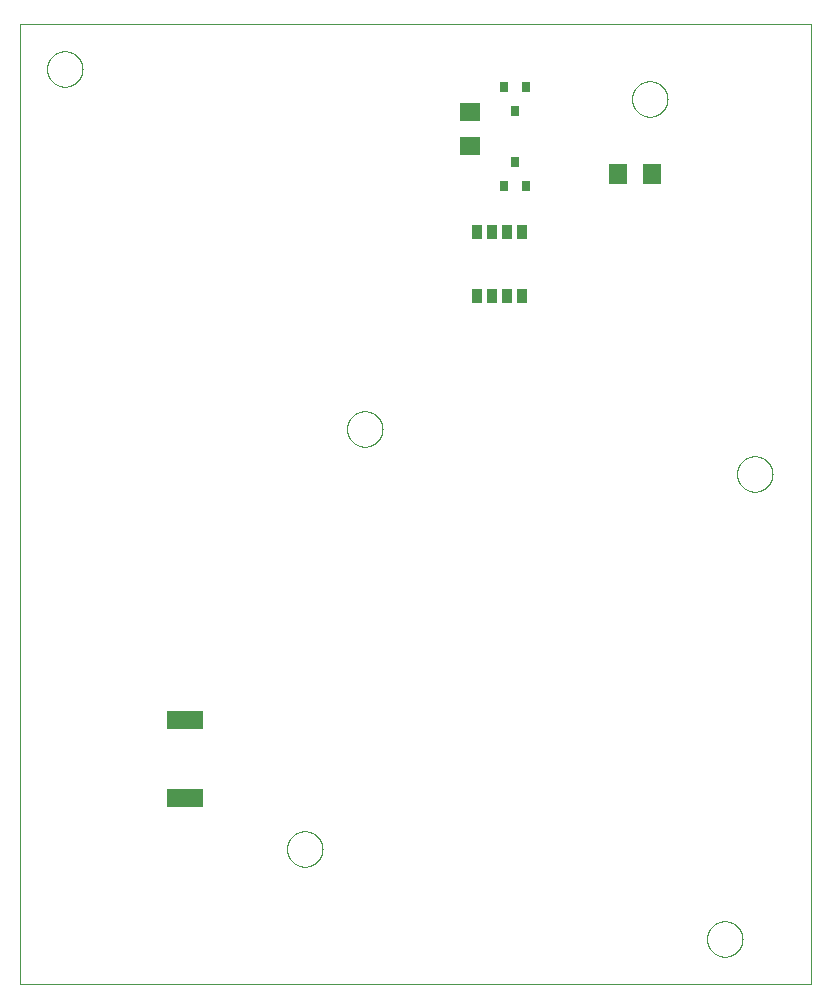
<source format=gtp>
G75*
%MOIN*%
%OFA0B0*%
%FSLAX25Y25*%
%IPPOS*%
%LPD*%
%AMOC8*
5,1,8,0,0,1.08239X$1,22.5*
%
%ADD10C,0.00000*%
%ADD11R,0.07098X0.06299*%
%ADD12R,0.06299X0.07098*%
%ADD13R,0.03600X0.04500*%
%ADD14R,0.03150X0.03543*%
%ADD15R,0.12400X0.06100*%
D10*
X0073539Y0010833D02*
X0073539Y0330833D01*
X0337240Y0330833D01*
X0337240Y0010833D01*
X0073539Y0010833D01*
X0162633Y0055833D02*
X0162635Y0055986D01*
X0162641Y0056140D01*
X0162651Y0056293D01*
X0162665Y0056445D01*
X0162683Y0056598D01*
X0162705Y0056749D01*
X0162730Y0056900D01*
X0162760Y0057051D01*
X0162794Y0057201D01*
X0162831Y0057349D01*
X0162872Y0057497D01*
X0162917Y0057643D01*
X0162966Y0057789D01*
X0163019Y0057933D01*
X0163075Y0058075D01*
X0163135Y0058216D01*
X0163199Y0058356D01*
X0163266Y0058494D01*
X0163337Y0058630D01*
X0163412Y0058764D01*
X0163489Y0058896D01*
X0163571Y0059026D01*
X0163655Y0059154D01*
X0163743Y0059280D01*
X0163834Y0059403D01*
X0163928Y0059524D01*
X0164026Y0059642D01*
X0164126Y0059758D01*
X0164230Y0059871D01*
X0164336Y0059982D01*
X0164445Y0060090D01*
X0164557Y0060195D01*
X0164671Y0060296D01*
X0164789Y0060395D01*
X0164908Y0060491D01*
X0165030Y0060584D01*
X0165155Y0060673D01*
X0165282Y0060760D01*
X0165411Y0060842D01*
X0165542Y0060922D01*
X0165675Y0060998D01*
X0165810Y0061071D01*
X0165947Y0061140D01*
X0166086Y0061205D01*
X0166226Y0061267D01*
X0166368Y0061325D01*
X0166511Y0061380D01*
X0166656Y0061431D01*
X0166802Y0061478D01*
X0166949Y0061521D01*
X0167097Y0061560D01*
X0167246Y0061596D01*
X0167396Y0061627D01*
X0167547Y0061655D01*
X0167698Y0061679D01*
X0167851Y0061699D01*
X0168003Y0061715D01*
X0168156Y0061727D01*
X0168309Y0061735D01*
X0168462Y0061739D01*
X0168616Y0061739D01*
X0168769Y0061735D01*
X0168922Y0061727D01*
X0169075Y0061715D01*
X0169227Y0061699D01*
X0169380Y0061679D01*
X0169531Y0061655D01*
X0169682Y0061627D01*
X0169832Y0061596D01*
X0169981Y0061560D01*
X0170129Y0061521D01*
X0170276Y0061478D01*
X0170422Y0061431D01*
X0170567Y0061380D01*
X0170710Y0061325D01*
X0170852Y0061267D01*
X0170992Y0061205D01*
X0171131Y0061140D01*
X0171268Y0061071D01*
X0171403Y0060998D01*
X0171536Y0060922D01*
X0171667Y0060842D01*
X0171796Y0060760D01*
X0171923Y0060673D01*
X0172048Y0060584D01*
X0172170Y0060491D01*
X0172289Y0060395D01*
X0172407Y0060296D01*
X0172521Y0060195D01*
X0172633Y0060090D01*
X0172742Y0059982D01*
X0172848Y0059871D01*
X0172952Y0059758D01*
X0173052Y0059642D01*
X0173150Y0059524D01*
X0173244Y0059403D01*
X0173335Y0059280D01*
X0173423Y0059154D01*
X0173507Y0059026D01*
X0173589Y0058896D01*
X0173666Y0058764D01*
X0173741Y0058630D01*
X0173812Y0058494D01*
X0173879Y0058356D01*
X0173943Y0058216D01*
X0174003Y0058075D01*
X0174059Y0057933D01*
X0174112Y0057789D01*
X0174161Y0057643D01*
X0174206Y0057497D01*
X0174247Y0057349D01*
X0174284Y0057201D01*
X0174318Y0057051D01*
X0174348Y0056900D01*
X0174373Y0056749D01*
X0174395Y0056598D01*
X0174413Y0056445D01*
X0174427Y0056293D01*
X0174437Y0056140D01*
X0174443Y0055986D01*
X0174445Y0055833D01*
X0174443Y0055680D01*
X0174437Y0055526D01*
X0174427Y0055373D01*
X0174413Y0055221D01*
X0174395Y0055068D01*
X0174373Y0054917D01*
X0174348Y0054766D01*
X0174318Y0054615D01*
X0174284Y0054465D01*
X0174247Y0054317D01*
X0174206Y0054169D01*
X0174161Y0054023D01*
X0174112Y0053877D01*
X0174059Y0053733D01*
X0174003Y0053591D01*
X0173943Y0053450D01*
X0173879Y0053310D01*
X0173812Y0053172D01*
X0173741Y0053036D01*
X0173666Y0052902D01*
X0173589Y0052770D01*
X0173507Y0052640D01*
X0173423Y0052512D01*
X0173335Y0052386D01*
X0173244Y0052263D01*
X0173150Y0052142D01*
X0173052Y0052024D01*
X0172952Y0051908D01*
X0172848Y0051795D01*
X0172742Y0051684D01*
X0172633Y0051576D01*
X0172521Y0051471D01*
X0172407Y0051370D01*
X0172289Y0051271D01*
X0172170Y0051175D01*
X0172048Y0051082D01*
X0171923Y0050993D01*
X0171796Y0050906D01*
X0171667Y0050824D01*
X0171536Y0050744D01*
X0171403Y0050668D01*
X0171268Y0050595D01*
X0171131Y0050526D01*
X0170992Y0050461D01*
X0170852Y0050399D01*
X0170710Y0050341D01*
X0170567Y0050286D01*
X0170422Y0050235D01*
X0170276Y0050188D01*
X0170129Y0050145D01*
X0169981Y0050106D01*
X0169832Y0050070D01*
X0169682Y0050039D01*
X0169531Y0050011D01*
X0169380Y0049987D01*
X0169227Y0049967D01*
X0169075Y0049951D01*
X0168922Y0049939D01*
X0168769Y0049931D01*
X0168616Y0049927D01*
X0168462Y0049927D01*
X0168309Y0049931D01*
X0168156Y0049939D01*
X0168003Y0049951D01*
X0167851Y0049967D01*
X0167698Y0049987D01*
X0167547Y0050011D01*
X0167396Y0050039D01*
X0167246Y0050070D01*
X0167097Y0050106D01*
X0166949Y0050145D01*
X0166802Y0050188D01*
X0166656Y0050235D01*
X0166511Y0050286D01*
X0166368Y0050341D01*
X0166226Y0050399D01*
X0166086Y0050461D01*
X0165947Y0050526D01*
X0165810Y0050595D01*
X0165675Y0050668D01*
X0165542Y0050744D01*
X0165411Y0050824D01*
X0165282Y0050906D01*
X0165155Y0050993D01*
X0165030Y0051082D01*
X0164908Y0051175D01*
X0164789Y0051271D01*
X0164671Y0051370D01*
X0164557Y0051471D01*
X0164445Y0051576D01*
X0164336Y0051684D01*
X0164230Y0051795D01*
X0164126Y0051908D01*
X0164026Y0052024D01*
X0163928Y0052142D01*
X0163834Y0052263D01*
X0163743Y0052386D01*
X0163655Y0052512D01*
X0163571Y0052640D01*
X0163489Y0052770D01*
X0163412Y0052902D01*
X0163337Y0053036D01*
X0163266Y0053172D01*
X0163199Y0053310D01*
X0163135Y0053450D01*
X0163075Y0053591D01*
X0163019Y0053733D01*
X0162966Y0053877D01*
X0162917Y0054023D01*
X0162872Y0054169D01*
X0162831Y0054317D01*
X0162794Y0054465D01*
X0162760Y0054615D01*
X0162730Y0054766D01*
X0162705Y0054917D01*
X0162683Y0055068D01*
X0162665Y0055221D01*
X0162651Y0055373D01*
X0162641Y0055526D01*
X0162635Y0055680D01*
X0162633Y0055833D01*
X0182633Y0195833D02*
X0182635Y0195986D01*
X0182641Y0196140D01*
X0182651Y0196293D01*
X0182665Y0196445D01*
X0182683Y0196598D01*
X0182705Y0196749D01*
X0182730Y0196900D01*
X0182760Y0197051D01*
X0182794Y0197201D01*
X0182831Y0197349D01*
X0182872Y0197497D01*
X0182917Y0197643D01*
X0182966Y0197789D01*
X0183019Y0197933D01*
X0183075Y0198075D01*
X0183135Y0198216D01*
X0183199Y0198356D01*
X0183266Y0198494D01*
X0183337Y0198630D01*
X0183412Y0198764D01*
X0183489Y0198896D01*
X0183571Y0199026D01*
X0183655Y0199154D01*
X0183743Y0199280D01*
X0183834Y0199403D01*
X0183928Y0199524D01*
X0184026Y0199642D01*
X0184126Y0199758D01*
X0184230Y0199871D01*
X0184336Y0199982D01*
X0184445Y0200090D01*
X0184557Y0200195D01*
X0184671Y0200296D01*
X0184789Y0200395D01*
X0184908Y0200491D01*
X0185030Y0200584D01*
X0185155Y0200673D01*
X0185282Y0200760D01*
X0185411Y0200842D01*
X0185542Y0200922D01*
X0185675Y0200998D01*
X0185810Y0201071D01*
X0185947Y0201140D01*
X0186086Y0201205D01*
X0186226Y0201267D01*
X0186368Y0201325D01*
X0186511Y0201380D01*
X0186656Y0201431D01*
X0186802Y0201478D01*
X0186949Y0201521D01*
X0187097Y0201560D01*
X0187246Y0201596D01*
X0187396Y0201627D01*
X0187547Y0201655D01*
X0187698Y0201679D01*
X0187851Y0201699D01*
X0188003Y0201715D01*
X0188156Y0201727D01*
X0188309Y0201735D01*
X0188462Y0201739D01*
X0188616Y0201739D01*
X0188769Y0201735D01*
X0188922Y0201727D01*
X0189075Y0201715D01*
X0189227Y0201699D01*
X0189380Y0201679D01*
X0189531Y0201655D01*
X0189682Y0201627D01*
X0189832Y0201596D01*
X0189981Y0201560D01*
X0190129Y0201521D01*
X0190276Y0201478D01*
X0190422Y0201431D01*
X0190567Y0201380D01*
X0190710Y0201325D01*
X0190852Y0201267D01*
X0190992Y0201205D01*
X0191131Y0201140D01*
X0191268Y0201071D01*
X0191403Y0200998D01*
X0191536Y0200922D01*
X0191667Y0200842D01*
X0191796Y0200760D01*
X0191923Y0200673D01*
X0192048Y0200584D01*
X0192170Y0200491D01*
X0192289Y0200395D01*
X0192407Y0200296D01*
X0192521Y0200195D01*
X0192633Y0200090D01*
X0192742Y0199982D01*
X0192848Y0199871D01*
X0192952Y0199758D01*
X0193052Y0199642D01*
X0193150Y0199524D01*
X0193244Y0199403D01*
X0193335Y0199280D01*
X0193423Y0199154D01*
X0193507Y0199026D01*
X0193589Y0198896D01*
X0193666Y0198764D01*
X0193741Y0198630D01*
X0193812Y0198494D01*
X0193879Y0198356D01*
X0193943Y0198216D01*
X0194003Y0198075D01*
X0194059Y0197933D01*
X0194112Y0197789D01*
X0194161Y0197643D01*
X0194206Y0197497D01*
X0194247Y0197349D01*
X0194284Y0197201D01*
X0194318Y0197051D01*
X0194348Y0196900D01*
X0194373Y0196749D01*
X0194395Y0196598D01*
X0194413Y0196445D01*
X0194427Y0196293D01*
X0194437Y0196140D01*
X0194443Y0195986D01*
X0194445Y0195833D01*
X0194443Y0195680D01*
X0194437Y0195526D01*
X0194427Y0195373D01*
X0194413Y0195221D01*
X0194395Y0195068D01*
X0194373Y0194917D01*
X0194348Y0194766D01*
X0194318Y0194615D01*
X0194284Y0194465D01*
X0194247Y0194317D01*
X0194206Y0194169D01*
X0194161Y0194023D01*
X0194112Y0193877D01*
X0194059Y0193733D01*
X0194003Y0193591D01*
X0193943Y0193450D01*
X0193879Y0193310D01*
X0193812Y0193172D01*
X0193741Y0193036D01*
X0193666Y0192902D01*
X0193589Y0192770D01*
X0193507Y0192640D01*
X0193423Y0192512D01*
X0193335Y0192386D01*
X0193244Y0192263D01*
X0193150Y0192142D01*
X0193052Y0192024D01*
X0192952Y0191908D01*
X0192848Y0191795D01*
X0192742Y0191684D01*
X0192633Y0191576D01*
X0192521Y0191471D01*
X0192407Y0191370D01*
X0192289Y0191271D01*
X0192170Y0191175D01*
X0192048Y0191082D01*
X0191923Y0190993D01*
X0191796Y0190906D01*
X0191667Y0190824D01*
X0191536Y0190744D01*
X0191403Y0190668D01*
X0191268Y0190595D01*
X0191131Y0190526D01*
X0190992Y0190461D01*
X0190852Y0190399D01*
X0190710Y0190341D01*
X0190567Y0190286D01*
X0190422Y0190235D01*
X0190276Y0190188D01*
X0190129Y0190145D01*
X0189981Y0190106D01*
X0189832Y0190070D01*
X0189682Y0190039D01*
X0189531Y0190011D01*
X0189380Y0189987D01*
X0189227Y0189967D01*
X0189075Y0189951D01*
X0188922Y0189939D01*
X0188769Y0189931D01*
X0188616Y0189927D01*
X0188462Y0189927D01*
X0188309Y0189931D01*
X0188156Y0189939D01*
X0188003Y0189951D01*
X0187851Y0189967D01*
X0187698Y0189987D01*
X0187547Y0190011D01*
X0187396Y0190039D01*
X0187246Y0190070D01*
X0187097Y0190106D01*
X0186949Y0190145D01*
X0186802Y0190188D01*
X0186656Y0190235D01*
X0186511Y0190286D01*
X0186368Y0190341D01*
X0186226Y0190399D01*
X0186086Y0190461D01*
X0185947Y0190526D01*
X0185810Y0190595D01*
X0185675Y0190668D01*
X0185542Y0190744D01*
X0185411Y0190824D01*
X0185282Y0190906D01*
X0185155Y0190993D01*
X0185030Y0191082D01*
X0184908Y0191175D01*
X0184789Y0191271D01*
X0184671Y0191370D01*
X0184557Y0191471D01*
X0184445Y0191576D01*
X0184336Y0191684D01*
X0184230Y0191795D01*
X0184126Y0191908D01*
X0184026Y0192024D01*
X0183928Y0192142D01*
X0183834Y0192263D01*
X0183743Y0192386D01*
X0183655Y0192512D01*
X0183571Y0192640D01*
X0183489Y0192770D01*
X0183412Y0192902D01*
X0183337Y0193036D01*
X0183266Y0193172D01*
X0183199Y0193310D01*
X0183135Y0193450D01*
X0183075Y0193591D01*
X0183019Y0193733D01*
X0182966Y0193877D01*
X0182917Y0194023D01*
X0182872Y0194169D01*
X0182831Y0194317D01*
X0182794Y0194465D01*
X0182760Y0194615D01*
X0182730Y0194766D01*
X0182705Y0194917D01*
X0182683Y0195068D01*
X0182665Y0195221D01*
X0182651Y0195373D01*
X0182641Y0195526D01*
X0182635Y0195680D01*
X0182633Y0195833D01*
X0277633Y0305833D02*
X0277635Y0305986D01*
X0277641Y0306140D01*
X0277651Y0306293D01*
X0277665Y0306445D01*
X0277683Y0306598D01*
X0277705Y0306749D01*
X0277730Y0306900D01*
X0277760Y0307051D01*
X0277794Y0307201D01*
X0277831Y0307349D01*
X0277872Y0307497D01*
X0277917Y0307643D01*
X0277966Y0307789D01*
X0278019Y0307933D01*
X0278075Y0308075D01*
X0278135Y0308216D01*
X0278199Y0308356D01*
X0278266Y0308494D01*
X0278337Y0308630D01*
X0278412Y0308764D01*
X0278489Y0308896D01*
X0278571Y0309026D01*
X0278655Y0309154D01*
X0278743Y0309280D01*
X0278834Y0309403D01*
X0278928Y0309524D01*
X0279026Y0309642D01*
X0279126Y0309758D01*
X0279230Y0309871D01*
X0279336Y0309982D01*
X0279445Y0310090D01*
X0279557Y0310195D01*
X0279671Y0310296D01*
X0279789Y0310395D01*
X0279908Y0310491D01*
X0280030Y0310584D01*
X0280155Y0310673D01*
X0280282Y0310760D01*
X0280411Y0310842D01*
X0280542Y0310922D01*
X0280675Y0310998D01*
X0280810Y0311071D01*
X0280947Y0311140D01*
X0281086Y0311205D01*
X0281226Y0311267D01*
X0281368Y0311325D01*
X0281511Y0311380D01*
X0281656Y0311431D01*
X0281802Y0311478D01*
X0281949Y0311521D01*
X0282097Y0311560D01*
X0282246Y0311596D01*
X0282396Y0311627D01*
X0282547Y0311655D01*
X0282698Y0311679D01*
X0282851Y0311699D01*
X0283003Y0311715D01*
X0283156Y0311727D01*
X0283309Y0311735D01*
X0283462Y0311739D01*
X0283616Y0311739D01*
X0283769Y0311735D01*
X0283922Y0311727D01*
X0284075Y0311715D01*
X0284227Y0311699D01*
X0284380Y0311679D01*
X0284531Y0311655D01*
X0284682Y0311627D01*
X0284832Y0311596D01*
X0284981Y0311560D01*
X0285129Y0311521D01*
X0285276Y0311478D01*
X0285422Y0311431D01*
X0285567Y0311380D01*
X0285710Y0311325D01*
X0285852Y0311267D01*
X0285992Y0311205D01*
X0286131Y0311140D01*
X0286268Y0311071D01*
X0286403Y0310998D01*
X0286536Y0310922D01*
X0286667Y0310842D01*
X0286796Y0310760D01*
X0286923Y0310673D01*
X0287048Y0310584D01*
X0287170Y0310491D01*
X0287289Y0310395D01*
X0287407Y0310296D01*
X0287521Y0310195D01*
X0287633Y0310090D01*
X0287742Y0309982D01*
X0287848Y0309871D01*
X0287952Y0309758D01*
X0288052Y0309642D01*
X0288150Y0309524D01*
X0288244Y0309403D01*
X0288335Y0309280D01*
X0288423Y0309154D01*
X0288507Y0309026D01*
X0288589Y0308896D01*
X0288666Y0308764D01*
X0288741Y0308630D01*
X0288812Y0308494D01*
X0288879Y0308356D01*
X0288943Y0308216D01*
X0289003Y0308075D01*
X0289059Y0307933D01*
X0289112Y0307789D01*
X0289161Y0307643D01*
X0289206Y0307497D01*
X0289247Y0307349D01*
X0289284Y0307201D01*
X0289318Y0307051D01*
X0289348Y0306900D01*
X0289373Y0306749D01*
X0289395Y0306598D01*
X0289413Y0306445D01*
X0289427Y0306293D01*
X0289437Y0306140D01*
X0289443Y0305986D01*
X0289445Y0305833D01*
X0289443Y0305680D01*
X0289437Y0305526D01*
X0289427Y0305373D01*
X0289413Y0305221D01*
X0289395Y0305068D01*
X0289373Y0304917D01*
X0289348Y0304766D01*
X0289318Y0304615D01*
X0289284Y0304465D01*
X0289247Y0304317D01*
X0289206Y0304169D01*
X0289161Y0304023D01*
X0289112Y0303877D01*
X0289059Y0303733D01*
X0289003Y0303591D01*
X0288943Y0303450D01*
X0288879Y0303310D01*
X0288812Y0303172D01*
X0288741Y0303036D01*
X0288666Y0302902D01*
X0288589Y0302770D01*
X0288507Y0302640D01*
X0288423Y0302512D01*
X0288335Y0302386D01*
X0288244Y0302263D01*
X0288150Y0302142D01*
X0288052Y0302024D01*
X0287952Y0301908D01*
X0287848Y0301795D01*
X0287742Y0301684D01*
X0287633Y0301576D01*
X0287521Y0301471D01*
X0287407Y0301370D01*
X0287289Y0301271D01*
X0287170Y0301175D01*
X0287048Y0301082D01*
X0286923Y0300993D01*
X0286796Y0300906D01*
X0286667Y0300824D01*
X0286536Y0300744D01*
X0286403Y0300668D01*
X0286268Y0300595D01*
X0286131Y0300526D01*
X0285992Y0300461D01*
X0285852Y0300399D01*
X0285710Y0300341D01*
X0285567Y0300286D01*
X0285422Y0300235D01*
X0285276Y0300188D01*
X0285129Y0300145D01*
X0284981Y0300106D01*
X0284832Y0300070D01*
X0284682Y0300039D01*
X0284531Y0300011D01*
X0284380Y0299987D01*
X0284227Y0299967D01*
X0284075Y0299951D01*
X0283922Y0299939D01*
X0283769Y0299931D01*
X0283616Y0299927D01*
X0283462Y0299927D01*
X0283309Y0299931D01*
X0283156Y0299939D01*
X0283003Y0299951D01*
X0282851Y0299967D01*
X0282698Y0299987D01*
X0282547Y0300011D01*
X0282396Y0300039D01*
X0282246Y0300070D01*
X0282097Y0300106D01*
X0281949Y0300145D01*
X0281802Y0300188D01*
X0281656Y0300235D01*
X0281511Y0300286D01*
X0281368Y0300341D01*
X0281226Y0300399D01*
X0281086Y0300461D01*
X0280947Y0300526D01*
X0280810Y0300595D01*
X0280675Y0300668D01*
X0280542Y0300744D01*
X0280411Y0300824D01*
X0280282Y0300906D01*
X0280155Y0300993D01*
X0280030Y0301082D01*
X0279908Y0301175D01*
X0279789Y0301271D01*
X0279671Y0301370D01*
X0279557Y0301471D01*
X0279445Y0301576D01*
X0279336Y0301684D01*
X0279230Y0301795D01*
X0279126Y0301908D01*
X0279026Y0302024D01*
X0278928Y0302142D01*
X0278834Y0302263D01*
X0278743Y0302386D01*
X0278655Y0302512D01*
X0278571Y0302640D01*
X0278489Y0302770D01*
X0278412Y0302902D01*
X0278337Y0303036D01*
X0278266Y0303172D01*
X0278199Y0303310D01*
X0278135Y0303450D01*
X0278075Y0303591D01*
X0278019Y0303733D01*
X0277966Y0303877D01*
X0277917Y0304023D01*
X0277872Y0304169D01*
X0277831Y0304317D01*
X0277794Y0304465D01*
X0277760Y0304615D01*
X0277730Y0304766D01*
X0277705Y0304917D01*
X0277683Y0305068D01*
X0277665Y0305221D01*
X0277651Y0305373D01*
X0277641Y0305526D01*
X0277635Y0305680D01*
X0277633Y0305833D01*
X0312633Y0180833D02*
X0312635Y0180986D01*
X0312641Y0181140D01*
X0312651Y0181293D01*
X0312665Y0181445D01*
X0312683Y0181598D01*
X0312705Y0181749D01*
X0312730Y0181900D01*
X0312760Y0182051D01*
X0312794Y0182201D01*
X0312831Y0182349D01*
X0312872Y0182497D01*
X0312917Y0182643D01*
X0312966Y0182789D01*
X0313019Y0182933D01*
X0313075Y0183075D01*
X0313135Y0183216D01*
X0313199Y0183356D01*
X0313266Y0183494D01*
X0313337Y0183630D01*
X0313412Y0183764D01*
X0313489Y0183896D01*
X0313571Y0184026D01*
X0313655Y0184154D01*
X0313743Y0184280D01*
X0313834Y0184403D01*
X0313928Y0184524D01*
X0314026Y0184642D01*
X0314126Y0184758D01*
X0314230Y0184871D01*
X0314336Y0184982D01*
X0314445Y0185090D01*
X0314557Y0185195D01*
X0314671Y0185296D01*
X0314789Y0185395D01*
X0314908Y0185491D01*
X0315030Y0185584D01*
X0315155Y0185673D01*
X0315282Y0185760D01*
X0315411Y0185842D01*
X0315542Y0185922D01*
X0315675Y0185998D01*
X0315810Y0186071D01*
X0315947Y0186140D01*
X0316086Y0186205D01*
X0316226Y0186267D01*
X0316368Y0186325D01*
X0316511Y0186380D01*
X0316656Y0186431D01*
X0316802Y0186478D01*
X0316949Y0186521D01*
X0317097Y0186560D01*
X0317246Y0186596D01*
X0317396Y0186627D01*
X0317547Y0186655D01*
X0317698Y0186679D01*
X0317851Y0186699D01*
X0318003Y0186715D01*
X0318156Y0186727D01*
X0318309Y0186735D01*
X0318462Y0186739D01*
X0318616Y0186739D01*
X0318769Y0186735D01*
X0318922Y0186727D01*
X0319075Y0186715D01*
X0319227Y0186699D01*
X0319380Y0186679D01*
X0319531Y0186655D01*
X0319682Y0186627D01*
X0319832Y0186596D01*
X0319981Y0186560D01*
X0320129Y0186521D01*
X0320276Y0186478D01*
X0320422Y0186431D01*
X0320567Y0186380D01*
X0320710Y0186325D01*
X0320852Y0186267D01*
X0320992Y0186205D01*
X0321131Y0186140D01*
X0321268Y0186071D01*
X0321403Y0185998D01*
X0321536Y0185922D01*
X0321667Y0185842D01*
X0321796Y0185760D01*
X0321923Y0185673D01*
X0322048Y0185584D01*
X0322170Y0185491D01*
X0322289Y0185395D01*
X0322407Y0185296D01*
X0322521Y0185195D01*
X0322633Y0185090D01*
X0322742Y0184982D01*
X0322848Y0184871D01*
X0322952Y0184758D01*
X0323052Y0184642D01*
X0323150Y0184524D01*
X0323244Y0184403D01*
X0323335Y0184280D01*
X0323423Y0184154D01*
X0323507Y0184026D01*
X0323589Y0183896D01*
X0323666Y0183764D01*
X0323741Y0183630D01*
X0323812Y0183494D01*
X0323879Y0183356D01*
X0323943Y0183216D01*
X0324003Y0183075D01*
X0324059Y0182933D01*
X0324112Y0182789D01*
X0324161Y0182643D01*
X0324206Y0182497D01*
X0324247Y0182349D01*
X0324284Y0182201D01*
X0324318Y0182051D01*
X0324348Y0181900D01*
X0324373Y0181749D01*
X0324395Y0181598D01*
X0324413Y0181445D01*
X0324427Y0181293D01*
X0324437Y0181140D01*
X0324443Y0180986D01*
X0324445Y0180833D01*
X0324443Y0180680D01*
X0324437Y0180526D01*
X0324427Y0180373D01*
X0324413Y0180221D01*
X0324395Y0180068D01*
X0324373Y0179917D01*
X0324348Y0179766D01*
X0324318Y0179615D01*
X0324284Y0179465D01*
X0324247Y0179317D01*
X0324206Y0179169D01*
X0324161Y0179023D01*
X0324112Y0178877D01*
X0324059Y0178733D01*
X0324003Y0178591D01*
X0323943Y0178450D01*
X0323879Y0178310D01*
X0323812Y0178172D01*
X0323741Y0178036D01*
X0323666Y0177902D01*
X0323589Y0177770D01*
X0323507Y0177640D01*
X0323423Y0177512D01*
X0323335Y0177386D01*
X0323244Y0177263D01*
X0323150Y0177142D01*
X0323052Y0177024D01*
X0322952Y0176908D01*
X0322848Y0176795D01*
X0322742Y0176684D01*
X0322633Y0176576D01*
X0322521Y0176471D01*
X0322407Y0176370D01*
X0322289Y0176271D01*
X0322170Y0176175D01*
X0322048Y0176082D01*
X0321923Y0175993D01*
X0321796Y0175906D01*
X0321667Y0175824D01*
X0321536Y0175744D01*
X0321403Y0175668D01*
X0321268Y0175595D01*
X0321131Y0175526D01*
X0320992Y0175461D01*
X0320852Y0175399D01*
X0320710Y0175341D01*
X0320567Y0175286D01*
X0320422Y0175235D01*
X0320276Y0175188D01*
X0320129Y0175145D01*
X0319981Y0175106D01*
X0319832Y0175070D01*
X0319682Y0175039D01*
X0319531Y0175011D01*
X0319380Y0174987D01*
X0319227Y0174967D01*
X0319075Y0174951D01*
X0318922Y0174939D01*
X0318769Y0174931D01*
X0318616Y0174927D01*
X0318462Y0174927D01*
X0318309Y0174931D01*
X0318156Y0174939D01*
X0318003Y0174951D01*
X0317851Y0174967D01*
X0317698Y0174987D01*
X0317547Y0175011D01*
X0317396Y0175039D01*
X0317246Y0175070D01*
X0317097Y0175106D01*
X0316949Y0175145D01*
X0316802Y0175188D01*
X0316656Y0175235D01*
X0316511Y0175286D01*
X0316368Y0175341D01*
X0316226Y0175399D01*
X0316086Y0175461D01*
X0315947Y0175526D01*
X0315810Y0175595D01*
X0315675Y0175668D01*
X0315542Y0175744D01*
X0315411Y0175824D01*
X0315282Y0175906D01*
X0315155Y0175993D01*
X0315030Y0176082D01*
X0314908Y0176175D01*
X0314789Y0176271D01*
X0314671Y0176370D01*
X0314557Y0176471D01*
X0314445Y0176576D01*
X0314336Y0176684D01*
X0314230Y0176795D01*
X0314126Y0176908D01*
X0314026Y0177024D01*
X0313928Y0177142D01*
X0313834Y0177263D01*
X0313743Y0177386D01*
X0313655Y0177512D01*
X0313571Y0177640D01*
X0313489Y0177770D01*
X0313412Y0177902D01*
X0313337Y0178036D01*
X0313266Y0178172D01*
X0313199Y0178310D01*
X0313135Y0178450D01*
X0313075Y0178591D01*
X0313019Y0178733D01*
X0312966Y0178877D01*
X0312917Y0179023D01*
X0312872Y0179169D01*
X0312831Y0179317D01*
X0312794Y0179465D01*
X0312760Y0179615D01*
X0312730Y0179766D01*
X0312705Y0179917D01*
X0312683Y0180068D01*
X0312665Y0180221D01*
X0312651Y0180373D01*
X0312641Y0180526D01*
X0312635Y0180680D01*
X0312633Y0180833D01*
X0302633Y0025833D02*
X0302635Y0025986D01*
X0302641Y0026140D01*
X0302651Y0026293D01*
X0302665Y0026445D01*
X0302683Y0026598D01*
X0302705Y0026749D01*
X0302730Y0026900D01*
X0302760Y0027051D01*
X0302794Y0027201D01*
X0302831Y0027349D01*
X0302872Y0027497D01*
X0302917Y0027643D01*
X0302966Y0027789D01*
X0303019Y0027933D01*
X0303075Y0028075D01*
X0303135Y0028216D01*
X0303199Y0028356D01*
X0303266Y0028494D01*
X0303337Y0028630D01*
X0303412Y0028764D01*
X0303489Y0028896D01*
X0303571Y0029026D01*
X0303655Y0029154D01*
X0303743Y0029280D01*
X0303834Y0029403D01*
X0303928Y0029524D01*
X0304026Y0029642D01*
X0304126Y0029758D01*
X0304230Y0029871D01*
X0304336Y0029982D01*
X0304445Y0030090D01*
X0304557Y0030195D01*
X0304671Y0030296D01*
X0304789Y0030395D01*
X0304908Y0030491D01*
X0305030Y0030584D01*
X0305155Y0030673D01*
X0305282Y0030760D01*
X0305411Y0030842D01*
X0305542Y0030922D01*
X0305675Y0030998D01*
X0305810Y0031071D01*
X0305947Y0031140D01*
X0306086Y0031205D01*
X0306226Y0031267D01*
X0306368Y0031325D01*
X0306511Y0031380D01*
X0306656Y0031431D01*
X0306802Y0031478D01*
X0306949Y0031521D01*
X0307097Y0031560D01*
X0307246Y0031596D01*
X0307396Y0031627D01*
X0307547Y0031655D01*
X0307698Y0031679D01*
X0307851Y0031699D01*
X0308003Y0031715D01*
X0308156Y0031727D01*
X0308309Y0031735D01*
X0308462Y0031739D01*
X0308616Y0031739D01*
X0308769Y0031735D01*
X0308922Y0031727D01*
X0309075Y0031715D01*
X0309227Y0031699D01*
X0309380Y0031679D01*
X0309531Y0031655D01*
X0309682Y0031627D01*
X0309832Y0031596D01*
X0309981Y0031560D01*
X0310129Y0031521D01*
X0310276Y0031478D01*
X0310422Y0031431D01*
X0310567Y0031380D01*
X0310710Y0031325D01*
X0310852Y0031267D01*
X0310992Y0031205D01*
X0311131Y0031140D01*
X0311268Y0031071D01*
X0311403Y0030998D01*
X0311536Y0030922D01*
X0311667Y0030842D01*
X0311796Y0030760D01*
X0311923Y0030673D01*
X0312048Y0030584D01*
X0312170Y0030491D01*
X0312289Y0030395D01*
X0312407Y0030296D01*
X0312521Y0030195D01*
X0312633Y0030090D01*
X0312742Y0029982D01*
X0312848Y0029871D01*
X0312952Y0029758D01*
X0313052Y0029642D01*
X0313150Y0029524D01*
X0313244Y0029403D01*
X0313335Y0029280D01*
X0313423Y0029154D01*
X0313507Y0029026D01*
X0313589Y0028896D01*
X0313666Y0028764D01*
X0313741Y0028630D01*
X0313812Y0028494D01*
X0313879Y0028356D01*
X0313943Y0028216D01*
X0314003Y0028075D01*
X0314059Y0027933D01*
X0314112Y0027789D01*
X0314161Y0027643D01*
X0314206Y0027497D01*
X0314247Y0027349D01*
X0314284Y0027201D01*
X0314318Y0027051D01*
X0314348Y0026900D01*
X0314373Y0026749D01*
X0314395Y0026598D01*
X0314413Y0026445D01*
X0314427Y0026293D01*
X0314437Y0026140D01*
X0314443Y0025986D01*
X0314445Y0025833D01*
X0314443Y0025680D01*
X0314437Y0025526D01*
X0314427Y0025373D01*
X0314413Y0025221D01*
X0314395Y0025068D01*
X0314373Y0024917D01*
X0314348Y0024766D01*
X0314318Y0024615D01*
X0314284Y0024465D01*
X0314247Y0024317D01*
X0314206Y0024169D01*
X0314161Y0024023D01*
X0314112Y0023877D01*
X0314059Y0023733D01*
X0314003Y0023591D01*
X0313943Y0023450D01*
X0313879Y0023310D01*
X0313812Y0023172D01*
X0313741Y0023036D01*
X0313666Y0022902D01*
X0313589Y0022770D01*
X0313507Y0022640D01*
X0313423Y0022512D01*
X0313335Y0022386D01*
X0313244Y0022263D01*
X0313150Y0022142D01*
X0313052Y0022024D01*
X0312952Y0021908D01*
X0312848Y0021795D01*
X0312742Y0021684D01*
X0312633Y0021576D01*
X0312521Y0021471D01*
X0312407Y0021370D01*
X0312289Y0021271D01*
X0312170Y0021175D01*
X0312048Y0021082D01*
X0311923Y0020993D01*
X0311796Y0020906D01*
X0311667Y0020824D01*
X0311536Y0020744D01*
X0311403Y0020668D01*
X0311268Y0020595D01*
X0311131Y0020526D01*
X0310992Y0020461D01*
X0310852Y0020399D01*
X0310710Y0020341D01*
X0310567Y0020286D01*
X0310422Y0020235D01*
X0310276Y0020188D01*
X0310129Y0020145D01*
X0309981Y0020106D01*
X0309832Y0020070D01*
X0309682Y0020039D01*
X0309531Y0020011D01*
X0309380Y0019987D01*
X0309227Y0019967D01*
X0309075Y0019951D01*
X0308922Y0019939D01*
X0308769Y0019931D01*
X0308616Y0019927D01*
X0308462Y0019927D01*
X0308309Y0019931D01*
X0308156Y0019939D01*
X0308003Y0019951D01*
X0307851Y0019967D01*
X0307698Y0019987D01*
X0307547Y0020011D01*
X0307396Y0020039D01*
X0307246Y0020070D01*
X0307097Y0020106D01*
X0306949Y0020145D01*
X0306802Y0020188D01*
X0306656Y0020235D01*
X0306511Y0020286D01*
X0306368Y0020341D01*
X0306226Y0020399D01*
X0306086Y0020461D01*
X0305947Y0020526D01*
X0305810Y0020595D01*
X0305675Y0020668D01*
X0305542Y0020744D01*
X0305411Y0020824D01*
X0305282Y0020906D01*
X0305155Y0020993D01*
X0305030Y0021082D01*
X0304908Y0021175D01*
X0304789Y0021271D01*
X0304671Y0021370D01*
X0304557Y0021471D01*
X0304445Y0021576D01*
X0304336Y0021684D01*
X0304230Y0021795D01*
X0304126Y0021908D01*
X0304026Y0022024D01*
X0303928Y0022142D01*
X0303834Y0022263D01*
X0303743Y0022386D01*
X0303655Y0022512D01*
X0303571Y0022640D01*
X0303489Y0022770D01*
X0303412Y0022902D01*
X0303337Y0023036D01*
X0303266Y0023172D01*
X0303199Y0023310D01*
X0303135Y0023450D01*
X0303075Y0023591D01*
X0303019Y0023733D01*
X0302966Y0023877D01*
X0302917Y0024023D01*
X0302872Y0024169D01*
X0302831Y0024317D01*
X0302794Y0024465D01*
X0302760Y0024615D01*
X0302730Y0024766D01*
X0302705Y0024917D01*
X0302683Y0025068D01*
X0302665Y0025221D01*
X0302651Y0025373D01*
X0302641Y0025526D01*
X0302635Y0025680D01*
X0302633Y0025833D01*
X0082633Y0315833D02*
X0082635Y0315986D01*
X0082641Y0316140D01*
X0082651Y0316293D01*
X0082665Y0316445D01*
X0082683Y0316598D01*
X0082705Y0316749D01*
X0082730Y0316900D01*
X0082760Y0317051D01*
X0082794Y0317201D01*
X0082831Y0317349D01*
X0082872Y0317497D01*
X0082917Y0317643D01*
X0082966Y0317789D01*
X0083019Y0317933D01*
X0083075Y0318075D01*
X0083135Y0318216D01*
X0083199Y0318356D01*
X0083266Y0318494D01*
X0083337Y0318630D01*
X0083412Y0318764D01*
X0083489Y0318896D01*
X0083571Y0319026D01*
X0083655Y0319154D01*
X0083743Y0319280D01*
X0083834Y0319403D01*
X0083928Y0319524D01*
X0084026Y0319642D01*
X0084126Y0319758D01*
X0084230Y0319871D01*
X0084336Y0319982D01*
X0084445Y0320090D01*
X0084557Y0320195D01*
X0084671Y0320296D01*
X0084789Y0320395D01*
X0084908Y0320491D01*
X0085030Y0320584D01*
X0085155Y0320673D01*
X0085282Y0320760D01*
X0085411Y0320842D01*
X0085542Y0320922D01*
X0085675Y0320998D01*
X0085810Y0321071D01*
X0085947Y0321140D01*
X0086086Y0321205D01*
X0086226Y0321267D01*
X0086368Y0321325D01*
X0086511Y0321380D01*
X0086656Y0321431D01*
X0086802Y0321478D01*
X0086949Y0321521D01*
X0087097Y0321560D01*
X0087246Y0321596D01*
X0087396Y0321627D01*
X0087547Y0321655D01*
X0087698Y0321679D01*
X0087851Y0321699D01*
X0088003Y0321715D01*
X0088156Y0321727D01*
X0088309Y0321735D01*
X0088462Y0321739D01*
X0088616Y0321739D01*
X0088769Y0321735D01*
X0088922Y0321727D01*
X0089075Y0321715D01*
X0089227Y0321699D01*
X0089380Y0321679D01*
X0089531Y0321655D01*
X0089682Y0321627D01*
X0089832Y0321596D01*
X0089981Y0321560D01*
X0090129Y0321521D01*
X0090276Y0321478D01*
X0090422Y0321431D01*
X0090567Y0321380D01*
X0090710Y0321325D01*
X0090852Y0321267D01*
X0090992Y0321205D01*
X0091131Y0321140D01*
X0091268Y0321071D01*
X0091403Y0320998D01*
X0091536Y0320922D01*
X0091667Y0320842D01*
X0091796Y0320760D01*
X0091923Y0320673D01*
X0092048Y0320584D01*
X0092170Y0320491D01*
X0092289Y0320395D01*
X0092407Y0320296D01*
X0092521Y0320195D01*
X0092633Y0320090D01*
X0092742Y0319982D01*
X0092848Y0319871D01*
X0092952Y0319758D01*
X0093052Y0319642D01*
X0093150Y0319524D01*
X0093244Y0319403D01*
X0093335Y0319280D01*
X0093423Y0319154D01*
X0093507Y0319026D01*
X0093589Y0318896D01*
X0093666Y0318764D01*
X0093741Y0318630D01*
X0093812Y0318494D01*
X0093879Y0318356D01*
X0093943Y0318216D01*
X0094003Y0318075D01*
X0094059Y0317933D01*
X0094112Y0317789D01*
X0094161Y0317643D01*
X0094206Y0317497D01*
X0094247Y0317349D01*
X0094284Y0317201D01*
X0094318Y0317051D01*
X0094348Y0316900D01*
X0094373Y0316749D01*
X0094395Y0316598D01*
X0094413Y0316445D01*
X0094427Y0316293D01*
X0094437Y0316140D01*
X0094443Y0315986D01*
X0094445Y0315833D01*
X0094443Y0315680D01*
X0094437Y0315526D01*
X0094427Y0315373D01*
X0094413Y0315221D01*
X0094395Y0315068D01*
X0094373Y0314917D01*
X0094348Y0314766D01*
X0094318Y0314615D01*
X0094284Y0314465D01*
X0094247Y0314317D01*
X0094206Y0314169D01*
X0094161Y0314023D01*
X0094112Y0313877D01*
X0094059Y0313733D01*
X0094003Y0313591D01*
X0093943Y0313450D01*
X0093879Y0313310D01*
X0093812Y0313172D01*
X0093741Y0313036D01*
X0093666Y0312902D01*
X0093589Y0312770D01*
X0093507Y0312640D01*
X0093423Y0312512D01*
X0093335Y0312386D01*
X0093244Y0312263D01*
X0093150Y0312142D01*
X0093052Y0312024D01*
X0092952Y0311908D01*
X0092848Y0311795D01*
X0092742Y0311684D01*
X0092633Y0311576D01*
X0092521Y0311471D01*
X0092407Y0311370D01*
X0092289Y0311271D01*
X0092170Y0311175D01*
X0092048Y0311082D01*
X0091923Y0310993D01*
X0091796Y0310906D01*
X0091667Y0310824D01*
X0091536Y0310744D01*
X0091403Y0310668D01*
X0091268Y0310595D01*
X0091131Y0310526D01*
X0090992Y0310461D01*
X0090852Y0310399D01*
X0090710Y0310341D01*
X0090567Y0310286D01*
X0090422Y0310235D01*
X0090276Y0310188D01*
X0090129Y0310145D01*
X0089981Y0310106D01*
X0089832Y0310070D01*
X0089682Y0310039D01*
X0089531Y0310011D01*
X0089380Y0309987D01*
X0089227Y0309967D01*
X0089075Y0309951D01*
X0088922Y0309939D01*
X0088769Y0309931D01*
X0088616Y0309927D01*
X0088462Y0309927D01*
X0088309Y0309931D01*
X0088156Y0309939D01*
X0088003Y0309951D01*
X0087851Y0309967D01*
X0087698Y0309987D01*
X0087547Y0310011D01*
X0087396Y0310039D01*
X0087246Y0310070D01*
X0087097Y0310106D01*
X0086949Y0310145D01*
X0086802Y0310188D01*
X0086656Y0310235D01*
X0086511Y0310286D01*
X0086368Y0310341D01*
X0086226Y0310399D01*
X0086086Y0310461D01*
X0085947Y0310526D01*
X0085810Y0310595D01*
X0085675Y0310668D01*
X0085542Y0310744D01*
X0085411Y0310824D01*
X0085282Y0310906D01*
X0085155Y0310993D01*
X0085030Y0311082D01*
X0084908Y0311175D01*
X0084789Y0311271D01*
X0084671Y0311370D01*
X0084557Y0311471D01*
X0084445Y0311576D01*
X0084336Y0311684D01*
X0084230Y0311795D01*
X0084126Y0311908D01*
X0084026Y0312024D01*
X0083928Y0312142D01*
X0083834Y0312263D01*
X0083743Y0312386D01*
X0083655Y0312512D01*
X0083571Y0312640D01*
X0083489Y0312770D01*
X0083412Y0312902D01*
X0083337Y0313036D01*
X0083266Y0313172D01*
X0083199Y0313310D01*
X0083135Y0313450D01*
X0083075Y0313591D01*
X0083019Y0313733D01*
X0082966Y0313877D01*
X0082917Y0314023D01*
X0082872Y0314169D01*
X0082831Y0314317D01*
X0082794Y0314465D01*
X0082760Y0314615D01*
X0082730Y0314766D01*
X0082705Y0314917D01*
X0082683Y0315068D01*
X0082665Y0315221D01*
X0082651Y0315373D01*
X0082641Y0315526D01*
X0082635Y0315680D01*
X0082633Y0315833D01*
D11*
X0223539Y0301432D03*
X0223539Y0290235D03*
D12*
X0272941Y0280833D03*
X0284138Y0280833D03*
D13*
X0241039Y0261583D03*
X0236039Y0261583D03*
X0231039Y0261583D03*
X0226039Y0261583D03*
X0226039Y0240083D03*
X0231039Y0240083D03*
X0236039Y0240083D03*
X0241039Y0240083D03*
D14*
X0242279Y0276896D03*
X0238539Y0284770D03*
X0234799Y0276896D03*
X0238539Y0301896D03*
X0234799Y0309770D03*
X0242279Y0309770D03*
D15*
X0128539Y0098933D03*
X0128539Y0072733D03*
M02*

</source>
